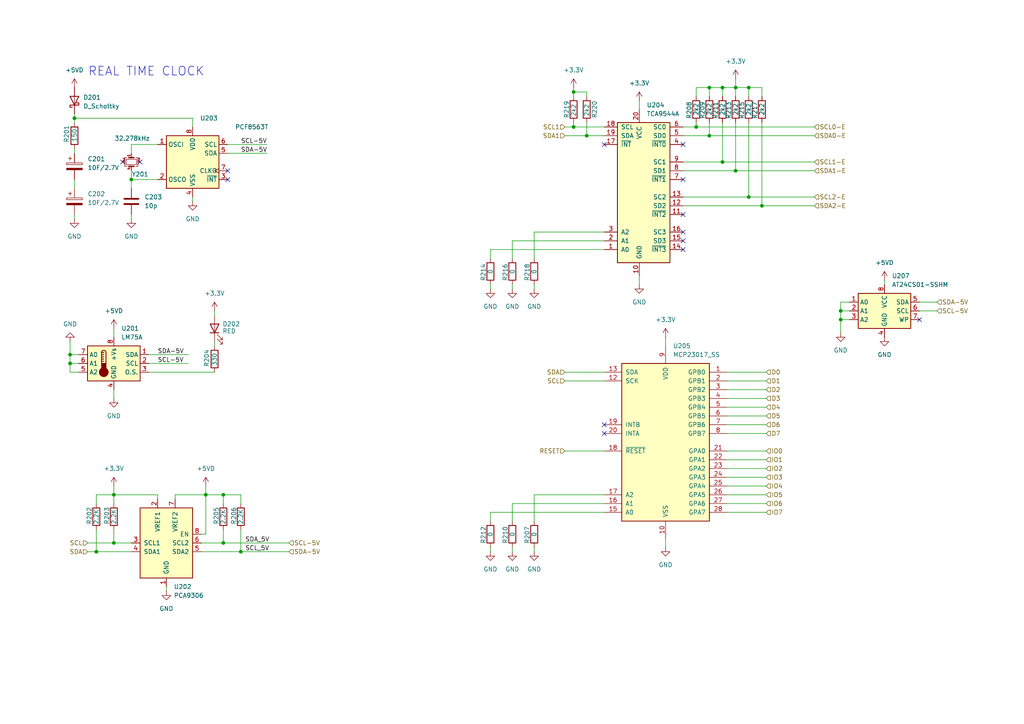
<source format=kicad_sch>
(kicad_sch (version 20250114) (generator "eeschema") (generator_version "9.0")
  (paper "A4")
  (title_block (title "I2C") (date "2025-09-17") (rev "V1.0") (company "CMOS-74A"))
  (lib_symbols
    (symbol "Device:C" (pin_numbers (hide yes)) (pin_names (offset 0.254))
      (property "Reference" "C" (at 0.635 2.54 0))
      (property "Value" "C" (at 0.635 -2.54 0))
      (symbol "C_0_1"
        (polyline (pts (xy -2.032 0.762) (xy 2.032 0.762)) (stroke (width 0.508)))
        (polyline (pts (xy -2.032 -0.762) (xy 2.032 -0.762)) (stroke (width 0.508)))
      )
      (symbol "C_1_1"
        (pin passive line (at 0 3.81 270) (length 2.794) (name "~") (number "1"))
        (pin passive line (at 0 -3.81 90) (length 2.794) (name "~") (number "2"))
      )
    )
    (symbol "Device:C_Polarized" (pin_numbers (hide yes)) (pin_names (offset 0.254))
      (property "Reference" "C" (at 0.635 2.54 0))
      (property "Value" "C_Polarized" (at 0.635 -2.54 0))
      (symbol "C_Polarized_0_1"
        (rectangle (start -2.286 0.508) (end 2.286 1.016))
        (polyline (pts (xy -1.778 2.286) (xy -0.762 2.286)))
        (polyline (pts (xy -1.27 2.794) (xy -1.27 1.778)))
        (rectangle (start 2.286 -0.508) (end -2.286 -1.016) (fill (type outline)))
      )
      (symbol "C_Polarized_1_1"
        (pin passive line (at 0 3.81 270) (length 2.794) (name "~") (number "1"))
        (pin passive line (at 0 -3.81 90) (length 2.794) (name "~") (number "2"))
      )
    )
    (symbol "Device:Crystal_GND23_Small" (pin_names (offset 1.016) (hide yes))
      (property "Reference" "Y" (at 1.27 4.445 0))
      (property "Value" "Crystal_GND23_Small" (at 1.27 2.54 0))
      (symbol "Crystal_GND23_Small_0_1"
        (polyline (pts (xy -1.27 1.27) (xy -1.27 1.905) (xy 1.27 1.905) (xy 1.27 1.27)))
        (polyline (pts (xy -1.27 -0.762) (xy -1.27 0.762)) (stroke (width 0.381)))
        (polyline (pts (xy -1.27 -1.27) (xy -1.27 -1.905) (xy 1.27 -1.905) (xy 1.27 -1.27)))
        (rectangle (start -0.762 -1.524) (end 0.762 1.524))
        (polyline (pts (xy 1.27 -0.762) (xy 1.27 0.762)) (stroke (width 0.381)))
      )
      (symbol "Crystal_GND23_Small_1_1"
        (pin passive line (at -2.54 0 0) (length 1.27) (name "1") (number "1"))
        (pin passive line (at 0 2.54 270) (length 0.635) (name "3") (number "3"))
        (pin passive line (at 0 -2.54 90) (length 0.635) (name "2") (number "2"))
        (pin passive line (at 2.54 0 180) (length 1.27) (name "4") (number "4"))
      )
    )
    (symbol "Device:D_Schottky" (pin_numbers (hide yes)) (pin_names (offset 1.016) (hide yes))
      (property "Reference" "D" (at 0 2.54 0))
      (property "Value" "D_Schottky" (at 0 -2.54 0))
      (symbol "D_Schottky_0_1"
        (polyline (pts (xy -1.905 0.635) (xy -1.905 1.27) (xy -1.27 1.27) (xy -1.27 -1.27) (xy -0.635 -1.27) (xy -0.635 -0.635)) (stroke (width 0.254)))
        (polyline (pts (xy 1.27 1.27) (xy 1.27 -1.27) (xy -1.27 0) (xy 1.27 1.27)) (stroke (width 0.254)))
        (polyline (pts (xy 1.27 0) (xy -1.27 0)))
      )
      (symbol "D_Schottky_1_1"
        (pin passive line (at -3.81 0 0) (length 2.54) (name "K") (number "1"))
        (pin passive line (at 3.81 0 180) (length 2.54) (name "A") (number "2"))
      )
    )
    (symbol "Device:LED" (pin_numbers (hide yes)) (pin_names (offset 1.016) (hide yes))
      (property "Reference" "D" (at 0 2.54 0))
      (property "Value" "LED" (at 0 -2.54 0))
      (symbol "LED_0_1"
        (polyline (pts (xy -3.048 -0.762) (xy -4.572 -2.286) (xy -3.81 -2.286) (xy -4.572 -2.286) (xy -4.572 -1.524)))
        (polyline (pts (xy -1.778 -0.762) (xy -3.302 -2.286) (xy -2.54 -2.286) (xy -3.302 -2.286) (xy -3.302 -1.524)))
        (polyline (pts (xy -1.27 0) (xy 1.27 0)))
        (polyline (pts (xy -1.27 -1.27) (xy -1.27 1.27)) (stroke (width 0.254)))
        (polyline (pts (xy 1.27 -1.27) (xy 1.27 1.27) (xy -1.27 0) (xy 1.27 -1.27)) (stroke (width 0.254)))
      )
      (symbol "LED_1_1"
        (pin passive line (at -3.81 0 0) (length 2.54) (name "K") (number "1"))
        (pin passive line (at 3.81 0 180) (length 2.54) (name "A") (number "2"))
      )
    )
    (symbol "Device:R" (pin_numbers (hide yes)) (pin_names (offset 0))
      (property "Reference" "R" (at 2.032 0 90))
      (property "Value" "R" (at 0 0 90))
      (symbol "R_0_1"
        (rectangle (start -1.016 -2.54) (end 1.016 2.54) (stroke (width 0.254)))
      )
      (symbol "R_1_1"
        (pin passive line (at 0 3.81 270) (length 1.27) (name "~") (number "1"))
        (pin passive line (at 0 -3.81 90) (length 1.27) (name "~") (number "2"))
      )
    )
    (symbol "Interface:PCA9306" (pin_names (offset 1.016))
      (property "Reference" "U" (at -7.62 11.43 0))
      (property "Value" "PCA9306" (at 5.08 11.43 0))
      (symbol "PCA9306_0_1"
        (rectangle (start -7.62 10.16) (end 7.62 -10.16) (stroke (width 0.254)) (fill (type background)))
      )
      (symbol "PCA9306_1_1"
        (pin bidirectional line (at -10.16 0 0) (length 2.54) (name "SCL1") (number "3"))
        (pin bidirectional line (at -10.16 -2.54 0) (length 2.54) (name "SDA1") (number "4"))
        (pin power_in line (at -2.54 12.7 270) (length 2.54) (name "VREF1") (number "2"))
        (pin power_in line (at 0 -12.7 90) (length 2.54) (name "GND") (number "1"))
        (pin power_in line (at 2.54 12.7 270) (length 2.54) (name "VREF2") (number "7"))
        (pin input line (at 10.16 2.54 180) (length 2.54) (name "EN") (number "8"))
        (pin bidirectional line (at 10.16 0 180) (length 2.54) (name "SCL2") (number "6"))
        (pin bidirectional line (at 10.16 -2.54 180) (length 2.54) (name "SDA2") (number "5"))
      )
    )
    (symbol "Interface_Expansion:MCP23017_SS" (pin_names (offset 1.016))
      (property "Reference" "U" (at -11.43 24.13 0))
      (property "Value" "MCP23017_SS" (at 0 0 0))
      (symbol "MCP23017_SS_0_1"
        (rectangle (start -12.7 22.86) (end 12.7 -22.86) (stroke (width 0.254)) (fill (type background)))
      )
      (symbol "MCP23017_SS_1_1"
        (pin bidirectional line (at -17.78 20.32 0) (length 5.08) (name "SDA") (number "13"))
        (pin input line (at -17.78 17.78 0) (length 5.08) (name "SCK") (number "12"))
        (pin tri_state line (at -17.78 5.08 0) (length 5.08) (name "INTB") (number "19"))
        (pin tri_state line (at -17.78 2.54 0) (length 5.08) (name "INTA") (number "20"))
        (pin input line (at -17.78 -2.54 0) (length 5.08) (name "~{RESET}") (number "18"))
        (pin input line (at -17.78 -15.24 0) (length 5.08) (name "A2") (number "17"))
        (pin input line (at -17.78 -17.78 0) (length 5.08) (name "A1") (number "16"))
        (pin input line (at -17.78 -20.32 0) (length 5.08) (name "A0") (number "15"))
        (pin no_connect line (at -12.7 15.24 0) (length 5.08) (hide yes) (name "NC") (number "11"))
        (pin no_connect line (at -12.7 12.7 0) (length 5.08) (hide yes) (name "NC") (number "14"))
        (pin power_in line (at 0 27.94 270) (length 5.08) (name "VDD") (number "9"))
        (pin power_in line (at 0 -27.94 90) (length 5.08) (name "VSS") (number "10"))
        (pin bidirectional line (at 17.78 20.32 180) (length 5.08) (name "GPB0") (number "1"))
        (pin bidirectional line (at 17.78 17.78 180) (length 5.08) (name "GPB1") (number "2"))
        (pin bidirectional line (at 17.78 15.24 180) (length 5.08) (name "GPB2") (number "3"))
        (pin bidirectional line (at 17.78 12.7 180) (length 5.08) (name "GPB3") (number "4"))
        (pin bidirectional line (at 17.78 10.16 180) (length 5.08) (name "GPB4") (number "5"))
        (pin bidirectional line (at 17.78 7.62 180) (length 5.08) (name "GPB5") (number "6"))
        (pin bidirectional line (at 17.78 5.08 180) (length 5.08) (name "GPB6") (number "7"))
        (pin output line (at 17.78 2.54 180) (length 5.08) (name "GPB7") (number "8"))
        (pin bidirectional line (at 17.78 -2.54 180) (length 5.08) (name "GPA0") (number "21"))
        (pin bidirectional line (at 17.78 -5.08 180) (length 5.08) (name "GPA1") (number "22"))
        (pin bidirectional line (at 17.78 -7.62 180) (length 5.08) (name "GPA2") (number "23"))
        (pin bidirectional line (at 17.78 -10.16 180) (length 5.08) (name "GPA3") (number "24"))
        (pin bidirectional line (at 17.78 -12.7 180) (length 5.08) (name "GPA4") (number "25"))
        (pin bidirectional line (at 17.78 -15.24 180) (length 5.08) (name "GPA5") (number "26"))
        (pin bidirectional line (at 17.78 -17.78 180) (length 5.08) (name "GPA6") (number "27"))
        (pin output line (at 17.78 -20.32 180) (length 5.08) (name "GPA7") (number "28"))
      )
    )
    (symbol "Interface_Expansion:TCA9544A" (pin_names (offset 1.016))
      (property "Reference" "U" (at -5.08 20.32 0))
      (property "Value" "TCA9544A" (at 2.54 20.32 0))
      (symbol "TCA9544A_0_1"
        (rectangle (start -6.35 19.05) (end 8.89 -21.59) (stroke (width 0.254)) (fill (type background)))
      )
      (symbol "TCA9544A_1_1"
        (pin bidirectional line (at -10.16 17.78 0) (length 3.81) (name "SCL") (number "18"))
        (pin bidirectional line (at -10.16 15.24 0) (length 3.81) (name "SDA") (number "19"))
        (pin open_collector line (at -10.16 12.7 0) (length 3.81) (name "~{INT}") (number "17"))
        (pin input line (at -10.16 -12.7 0) (length 3.81) (name "A2") (number "3"))
        (pin input line (at -10.16 -15.24 0) (length 3.81) (name "A1") (number "2"))
        (pin input line (at -10.16 -17.78 0) (length 3.81) (name "A0") (number "1"))
        (pin power_in line (at 0 22.86 270) (length 3.81) (name "VCC") (number "20"))
        (pin power_in line (at 0 -25.4 90) (length 3.81) (name "GND") (number "10"))
        (pin bidirectional line (at 12.7 17.78 180) (length 3.81) (name "SC0") (number "6"))
        (pin bidirectional line (at 12.7 15.24 180) (length 3.81) (name "SD0") (number "5"))
        (pin input line (at 12.7 12.7 180) (length 3.81) (name "~{INT0}") (number "4"))
        (pin bidirectional line (at 12.7 7.62 180) (length 3.81) (name "SC1") (number "9"))
        (pin bidirectional line (at 12.7 5.08 180) (length 3.81) (name "SD1") (number "8"))
        (pin input line (at 12.7 2.54 180) (length 3.81) (name "~{INT1}") (number "7"))
        (pin bidirectional line (at 12.7 -2.54 180) (length 3.81) (name "SC2") (number "13"))
        (pin bidirectional line (at 12.7 -5.08 180) (length 3.81) (name "SD2") (number "12"))
        (pin input line (at 12.7 -7.62 180) (length 3.81) (name "~{INT2}") (number "11"))
        (pin bidirectional line (at 12.7 -12.7 180) (length 3.81) (name "SC3") (number "16"))
        (pin bidirectional line (at 12.7 -15.24 180) (length 3.81) (name "SD3") (number "15"))
        (pin input line (at 12.7 -17.78 180) (length 3.81) (name "~{INT3}") (number "14"))
      )
    )
    (symbol "Memory_EEPROM:AT24CS01-SSHM"
      (property "Reference" "U" (at -7.62 6.35 0))
      (property "Value" "AT24CS01-SSHM" (at 2.54 -6.35 0))
      (symbol "AT24CS01-SSHM_1_1"
        (rectangle (start -7.62 5.08) (end 7.62 -5.08) (stroke (width 0.254)) (fill (type background)))
        (pin input line (at -10.16 2.54 0) (length 2.54) (name "A0") (number "1"))
        (pin input line (at -10.16 0 0) (length 2.54) (name "A1") (number "2"))
        (pin input line (at -10.16 -2.54 0) (length 2.54) (name "A2") (number "3"))
        (pin power_in line (at 0 7.62 270) (length 2.54) (name "VCC") (number "8"))
        (pin power_in line (at 0 -7.62 90) (length 2.54) (name "GND") (number "4"))
        (pin bidirectional line (at 10.16 2.54 180) (length 2.54) (name "SDA") (number "5"))
        (pin input line (at 10.16 0 180) (length 2.54) (name "SCL") (number "6"))
        (pin input line (at 10.16 -2.54 180) (length 2.54) (name "WP") (number "7"))
      )
    )
    (symbol "Sensor_Temperature:LM75C"
      (property "Reference" "U" (at -6.604 6.35 0))
      (property "Value" "LM75C" (at 2.032 6.35 0))
      (symbol "LM75C_0_1"
        (rectangle (start -7.62 5.08) (end 7.62 -5.08) (stroke (width 0.254)) (fill (type background)))
        (polyline (pts (xy -3.556 3.175) (xy -3.556 0)) (stroke (width 0.254)))
        (polyline (pts (xy -3.556 3.175) (xy -2.921 3.175)) (stroke (width 0.254)))
        (polyline (pts (xy -3.556 2.54) (xy -2.921 2.54)) (stroke (width 0.254)))
        (polyline (pts (xy -3.556 1.905) (xy -2.921 1.905)) (stroke (width 0.254)))
        (polyline (pts (xy -3.556 1.27) (xy -2.921 1.27)) (stroke (width 0.254)))
        (polyline (pts (xy -3.556 0.635) (xy -2.921 0.635)) (stroke (width 0.254)))
        (rectangle (start -3.556 0) (end -2.286 -1.905) (stroke (width 0.254)) (fill (type outline)))
        (arc (start -3.556 3.175) (mid -2.921 3.8073) (end -2.286 3.175) (stroke (width 0.254)))
        (circle (center -2.921 -2.54) (radius 1.27) (stroke (width 0.254)) (fill (type outline)))
        (polyline (pts (xy -2.286 3.175) (xy -2.286 0)) (stroke (width 0.254)))
      )
      (symbol "LM75C_1_1"
        (pin input line (at -10.16 2.54 0) (length 2.54) (name "A0") (number "7"))
        (pin input line (at -10.16 0 0) (length 2.54) (name "A1") (number "6"))
        (pin input line (at -10.16 -2.54 0) (length 2.54) (name "A2") (number "5"))
        (pin power_in line (at 0 7.62 270) (length 2.54) (name "+Vs") (number "8"))
        (pin power_in line (at 0 -7.62 90) (length 2.54) (name "GND") (number "4"))
        (pin bidirectional line (at 10.16 2.54 180) (length 2.54) (name "SDA") (number "1"))
        (pin input line (at 10.16 0 180) (length 2.54) (name "SCL") (number "2"))
        (pin open_collector line (at 10.16 -2.54 180) (length 2.54) (name "O.S.") (number "3"))
      )
    )
    (symbol "Timer_RTC:PCF8563T"
      (property "Reference" "U" (at -7.62 8.89 0))
      (property "Value" "PCF8563T" (at 2.54 8.89 0))
      (symbol "PCF8563T_0_1"
        (rectangle (start -7.62 7.62) (end 7.62 -7.62) (stroke (width 0.254)) (fill (type background)))
      )
      (symbol "PCF8563T_1_1"
        (pin input line (at -10.16 5.08 0) (length 2.54) (name "OSCI") (number "1"))
        (pin output line (at -10.16 -5.08 0) (length 2.54) (name "OSCO") (number "2"))
        (pin power_in line (at 0 10.16 270) (length 2.54) (name "VDD") (number "8"))
        (pin power_in line (at 0 -10.16 90) (length 2.54) (name "VSS") (number "4"))
        (pin input line (at 10.16 5.08 180) (length 2.54) (name "SCL") (number "6"))
        (pin bidirectional line (at 10.16 2.54 180) (length 2.54) (name "SDA") (number "5"))
        (pin output clock (at 10.16 -2.54 180) (length 2.54) (name "CLKO") (number "7"))
        (pin output line (at 10.16 -5.08 180) (length 2.54) (name "~{INT}") (number "3"))
      )
    )
    (symbol "power:+3.3V" (power) (pin_numbers (hide yes)) (pin_names (offset 0) (hide yes))
      (property "Value" "+3.3V" (at 0 3.556 0))
      (symbol "+3.3V_0_1"
        (polyline (pts (xy -0.762 1.27) (xy 0 2.54)))
        (polyline (pts (xy 0 2.54) (xy 0.762 1.27)))
        (polyline (pts (xy 0 0) (xy 0 2.54)))
      )
      (symbol "+3.3V_1_1"
        (pin power_in line (at 0 0 90) (length 0) (name "~") (number "1"))
      )
    )
    (symbol "power:+5VD" (power) (pin_numbers (hide yes)) (pin_names (offset 0) (hide yes))
      (property "Value" "+5VD" (at 0 3.556 0))
      (symbol "+5VD_0_1"
        (polyline (pts (xy -0.762 1.27) (xy 0 2.54)))
        (polyline (pts (xy 0 2.54) (xy 0.762 1.27)))
        (polyline (pts (xy 0 0) (xy 0 2.54)))
      )
      (symbol "+5VD_1_1"
        (pin power_in line (at 0 0 90) (length 0) (name "~") (number "1"))
      )
    )
    (symbol "power:GND" (power) (pin_numbers (hide yes)) (pin_names (offset 0) (hide yes))
      (property "Value" "GND" (at 0 -3.81 0))
      (symbol "GND_0_1"
        (polyline (pts (xy 0 0) (xy 0 -1.27) (xy 1.27 -1.27) (xy 0 -2.54) (xy -1.27 -1.27) (xy 0 -1.27)))
      )
      (symbol "GND_1_1"
        (pin power_in line (at 0 0 270) (length 0) (name "~") (number "1"))
      )
    )
  )
  (text "REAL TIME CLOCK" (at 42.418 20.828 0) (effects (font (size 2.54 2.54))))
  (junction (at 27.94 160.02))
  (junction (at 21.59 34.29))
  (junction (at 213.36 25.4))
  (junction (at 201.93 36.83))
  (junction (at 209.55 46.99))
  (junction (at 243.84 90.17))
  (junction (at 64.77 143.51))
  (junction (at 38.1 52.07))
  (junction (at 209.55 25.4))
  (junction (at 20.32 105.41))
  (junction (at 33.02 143.51))
  (junction (at 69.85 160.02))
  (junction (at 205.74 39.37))
  (junction (at 166.37 36.83))
  (junction (at 243.84 92.71))
  (junction (at 213.36 49.53))
  (junction (at 170.18 39.37))
  (junction (at 220.98 59.69))
  (junction (at 33.02 157.48))
  (junction (at 217.17 57.15))
  (junction (at 64.77 157.48))
  (junction (at 59.69 143.51))
  (junction (at 20.32 102.87))
  (junction (at 217.17 25.4))
  (junction (at 166.37 26.67))
  (junction (at 205.74 25.4))
  (no_connect (at 66.04 49.53))
  (no_connect (at 175.26 123.19))
  (no_connect (at 198.12 67.31))
  (no_connect (at 198.12 52.07))
  (no_connect (at 198.12 41.91))
  (no_connect (at 198.12 69.85))
  (no_connect (at 175.26 125.73))
  (no_connect (at 198.12 72.39))
  (no_connect (at 266.7 92.71))
  (no_connect (at 175.26 41.91))
  (no_connect (at 40.64 46.99))
  (no_connect (at 35.56 46.99))
  (no_connect (at 66.04 52.07))
  (no_connect (at 198.12 62.23))
  (wire (pts (xy 58.42 160.02) (xy 69.85 160.02)))
  (wire (pts (xy 33.02 113.03) (xy 33.02 115.57)))
  (wire (pts (xy 210.82 135.89) (xy 222.25 135.89)))
  (wire (pts (xy 220.98 35.56) (xy 220.98 59.69)))
  (wire (pts (xy 154.94 143.51) (xy 175.26 143.51)))
  (wire (pts (xy 27.94 153.67) (xy 27.94 160.02)))
  (wire (pts (xy 220.98 25.4) (xy 220.98 27.94)))
  (wire (pts (xy 59.69 143.51) (xy 50.8 143.51)))
  (wire (pts (xy 185.42 80.01) (xy 185.42 82.55)))
  (wire (pts (xy 201.93 25.4) (xy 205.74 25.4)))
  (wire (pts (xy 25.4 160.02) (xy 27.94 160.02)))
  (wire (pts (xy 166.37 27.94) (xy 166.37 26.67)))
  (wire (pts (xy 25.4 157.48) (xy 33.02 157.48)))
  (wire (pts (xy 243.84 90.17) (xy 243.84 92.71)))
  (wire (pts (xy 210.82 130.81) (xy 222.25 130.81)))
  (wire (pts (xy 59.69 154.94) (xy 59.69 143.51)))
  (wire (pts (xy 33.02 143.51) (xy 33.02 146.05)))
  (wire (pts (xy 48.26 170.18) (xy 48.26 171.45)))
  (wire (pts (xy 20.32 105.41) (xy 20.32 107.95)))
  (wire (pts (xy 58.42 154.94) (xy 59.69 154.94)))
  (wire (pts (xy 243.84 92.71) (xy 243.84 96.52)))
  (wire (pts (xy 210.82 118.11) (xy 222.25 118.11)))
  (wire (pts (xy 210.82 138.43) (xy 222.25 138.43)))
  (wire (pts (xy 43.18 102.87) (xy 54.61 102.87)))
  (wire (pts (xy 198.12 57.15) (xy 217.17 57.15)))
  (wire (pts (xy 201.93 36.83) (xy 236.22 36.83)))
  (wire (pts (xy 198.12 49.53) (xy 213.36 49.53)))
  (wire (pts (xy 209.55 25.4) (xy 213.36 25.4)))
  (wire (pts (xy 142.24 72.39) (xy 175.26 72.39)))
  (wire (pts (xy 62.23 90.17) (xy 62.23 91.44)))
  (wire (pts (xy 58.42 157.48) (xy 64.77 157.48)))
  (wire (pts (xy 175.26 67.31) (xy 154.94 67.31)))
  (wire (pts (xy 27.94 146.05) (xy 27.94 143.51)))
  (wire (pts (xy 20.32 105.41) (xy 22.86 105.41)))
  (wire (pts (xy 142.24 72.39) (xy 142.24 74.93)))
  (wire (pts (xy 217.17 25.4) (xy 217.17 27.94)))
  (wire (pts (xy 148.59 146.05) (xy 175.26 146.05)))
  (wire (pts (xy 185.42 29.21) (xy 185.42 31.75)))
  (wire (pts (xy 20.32 99.06) (xy 20.32 102.87)))
  (wire (pts (xy 210.82 146.05) (xy 222.25 146.05)))
  (wire (pts (xy 205.74 35.56) (xy 205.74 39.37)))
  (wire (pts (xy 21.59 52.07) (xy 21.59 54.61)))
  (wire (pts (xy 66.04 44.45) (xy 77.47 44.45)))
  (wire (pts (xy 69.85 143.51) (xy 64.77 143.51)))
  (wire (pts (xy 170.18 26.67) (xy 170.18 27.94)))
  (wire (pts (xy 210.82 110.49) (xy 222.25 110.49)))
  (wire (pts (xy 210.82 133.35) (xy 222.25 133.35)))
  (wire (pts (xy 142.24 158.75) (xy 142.24 160.02)))
  (wire (pts (xy 205.74 25.4) (xy 209.55 25.4)))
  (wire (pts (xy 246.38 90.17) (xy 243.84 90.17)))
  (wire (pts (xy 22.86 107.95) (xy 20.32 107.95)))
  (wire (pts (xy 69.85 146.05) (xy 69.85 143.51)))
  (wire (pts (xy 20.32 102.87) (xy 22.86 102.87)))
  (wire (pts (xy 33.02 95.25) (xy 33.02 97.79)))
  (wire (pts (xy 45.72 41.91) (xy 38.1 41.91)))
  (wire (pts (xy 266.7 90.17) (xy 271.78 90.17)))
  (wire (pts (xy 205.74 39.37) (xy 236.22 39.37)))
  (wire (pts (xy 198.12 36.83) (xy 201.93 36.83)))
  (wire (pts (xy 154.94 143.51) (xy 154.94 151.13)))
  (wire (pts (xy 21.59 33.02) (xy 21.59 34.29)))
  (wire (pts (xy 210.82 107.95) (xy 222.25 107.95)))
  (wire (pts (xy 243.84 92.71) (xy 246.38 92.71)))
  (wire (pts (xy 166.37 25.4) (xy 166.37 26.67)))
  (wire (pts (xy 210.82 113.03) (xy 222.25 113.03)))
  (wire (pts (xy 33.02 153.67) (xy 33.02 157.48)))
  (wire (pts (xy 27.94 160.02) (xy 38.1 160.02)))
  (wire (pts (xy 33.02 140.97) (xy 33.02 143.51)))
  (wire (pts (xy 21.59 62.23) (xy 21.59 63.5)))
  (wire (pts (xy 62.23 99.06) (xy 62.23 100.33)))
  (wire (pts (xy 193.04 156.21) (xy 193.04 158.75)))
  (wire (pts (xy 148.59 69.85) (xy 175.26 69.85)))
  (wire (pts (xy 243.84 87.63) (xy 243.84 90.17)))
  (wire (pts (xy 198.12 59.69) (xy 220.98 59.69)))
  (wire (pts (xy 50.8 143.51) (xy 50.8 144.78)))
  (wire (pts (xy 166.37 36.83) (xy 175.26 36.83)))
  (wire (pts (xy 213.36 49.53) (xy 236.22 49.53)))
  (wire (pts (xy 201.93 27.94) (xy 201.93 25.4)))
  (wire (pts (xy 64.77 157.48) (xy 83.82 157.48)))
  (wire (pts (xy 175.26 130.81) (xy 163.83 130.81)))
  (wire (pts (xy 210.82 140.97) (xy 222.25 140.97)))
  (wire (pts (xy 154.94 82.55) (xy 154.94 83.82)))
  (wire (pts (xy 163.83 36.83) (xy 166.37 36.83)))
  (wire (pts (xy 64.77 153.67) (xy 64.77 157.48)))
  (wire (pts (xy 213.36 25.4) (xy 217.17 25.4)))
  (wire (pts (xy 69.85 160.02) (xy 83.82 160.02)))
  (wire (pts (xy 210.82 125.73) (xy 222.25 125.73)))
  (wire (pts (xy 163.83 110.49) (xy 175.26 110.49)))
  (wire (pts (xy 142.24 148.59) (xy 142.24 151.13)))
  (wire (pts (xy 256.54 81.28) (xy 256.54 82.55)))
  (wire (pts (xy 220.98 59.69) (xy 236.22 59.69)))
  (wire (pts (xy 210.82 115.57) (xy 222.25 115.57)))
  (wire (pts (xy 69.85 160.02) (xy 69.85 153.67)))
  (wire (pts (xy 213.36 35.56) (xy 213.36 49.53)))
  (wire (pts (xy 154.94 67.31) (xy 154.94 74.93)))
  (wire (pts (xy 64.77 146.05) (xy 64.77 143.51)))
  (wire (pts (xy 142.24 82.55) (xy 142.24 83.82)))
  (wire (pts (xy 66.04 41.91) (xy 77.47 41.91)))
  (wire (pts (xy 33.02 143.51) (xy 45.72 143.51)))
  (wire (pts (xy 210.82 120.65) (xy 222.25 120.65)))
  (wire (pts (xy 246.38 87.63) (xy 243.84 87.63)))
  (wire (pts (xy 21.59 34.29) (xy 21.59 35.56)))
  (wire (pts (xy 166.37 35.56) (xy 166.37 36.83)))
  (wire (pts (xy 198.12 39.37) (xy 205.74 39.37)))
  (wire (pts (xy 20.32 102.87) (xy 20.32 105.41)))
  (wire (pts (xy 217.17 25.4) (xy 220.98 25.4)))
  (wire (pts (xy 59.69 140.97) (xy 59.69 143.51)))
  (wire (pts (xy 148.59 82.55) (xy 148.59 83.82)))
  (wire (pts (xy 148.59 158.75) (xy 148.59 160.02)))
  (wire (pts (xy 154.94 158.75) (xy 154.94 160.02)))
  (wire (pts (xy 43.18 107.95) (xy 62.23 107.95)))
  (wire (pts (xy 210.82 148.59) (xy 222.25 148.59)))
  (wire (pts (xy 38.1 52.07) (xy 38.1 54.61)))
  (wire (pts (xy 170.18 35.56) (xy 170.18 39.37)))
  (wire (pts (xy 209.55 46.99) (xy 236.22 46.99)))
  (wire (pts (xy 45.72 143.51) (xy 45.72 144.78)))
  (wire (pts (xy 170.18 39.37) (xy 175.26 39.37)))
  (wire (pts (xy 38.1 52.07) (xy 45.72 52.07)))
  (wire (pts (xy 38.1 62.23) (xy 38.1 63.5)))
  (wire (pts (xy 142.24 148.59) (xy 175.26 148.59)))
  (wire (pts (xy 213.36 22.86) (xy 213.36 25.4)))
  (wire (pts (xy 38.1 41.91) (xy 38.1 44.45)))
  (wire (pts (xy 43.18 105.41) (xy 54.61 105.41)))
  (wire (pts (xy 163.83 107.95) (xy 175.26 107.95)))
  (wire (pts (xy 209.55 25.4) (xy 209.55 27.94)))
  (wire (pts (xy 205.74 25.4) (xy 205.74 27.94)))
  (wire (pts (xy 193.04 97.79) (xy 193.04 100.33)))
  (wire (pts (xy 38.1 49.53) (xy 38.1 52.07)))
  (wire (pts (xy 209.55 35.56) (xy 209.55 46.99)))
  (wire (pts (xy 55.88 57.15) (xy 55.88 58.42)))
  (wire (pts (xy 55.88 34.29) (xy 55.88 36.83)))
  (wire (pts (xy 148.59 69.85) (xy 148.59 74.93)))
  (wire (pts (xy 198.12 46.99) (xy 209.55 46.99)))
  (wire (pts (xy 21.59 43.18) (xy 21.59 44.45)))
  (wire (pts (xy 64.77 143.51) (xy 59.69 143.51)))
  (wire (pts (xy 163.83 39.37) (xy 170.18 39.37)))
  (wire (pts (xy 201.93 35.56) (xy 201.93 36.83)))
  (wire (pts (xy 21.59 34.29) (xy 55.88 34.29)))
  (wire (pts (xy 217.17 57.15) (xy 236.22 57.15)))
  (wire (pts (xy 266.7 87.63) (xy 271.78 87.63)))
  (wire (pts (xy 210.82 123.19) (xy 222.25 123.19)))
  (wire (pts (xy 217.17 35.56) (xy 217.17 57.15)))
  (wire (pts (xy 33.02 157.48) (xy 38.1 157.48)))
  (wire (pts (xy 213.36 25.4) (xy 213.36 27.94)))
  (wire (pts (xy 210.82 143.51) (xy 222.25 143.51)))
  (wire (pts (xy 27.94 143.51) (xy 33.02 143.51)))
  (wire (pts (xy 148.59 146.05) (xy 148.59 151.13)))
  (wire (pts (xy 166.37 26.67) (xy 170.18 26.67)))
  (label "SDA-5V" (at 69.85 44.45 0))
  (label "SDA_5V" (at 71.12 157.48 0))
  (label "SCL_5V" (at 71.12 160.02 0))
  (label "SCL-5V" (at 45.72 105.41 0))
  (label "SDA-5V" (at 45.72 102.87 0))
  (label "SCL-5V" (at 69.85 41.91 0))
  (hierarchical_label "SDA2-E" (shape input) (at 236.22 59.69 0))
  (hierarchical_label "SCL-5V" (shape input) (at 83.82 157.48 0))
  (hierarchical_label "IO5" (shape input) (at 222.25 143.51 0))
  (hierarchical_label "IO0" (shape input) (at 222.25 130.81 0))
  (hierarchical_label "IO3" (shape input) (at 222.25 138.43 0))
  (hierarchical_label "SCL1-E" (shape input) (at 236.22 46.99 0))
  (hierarchical_label "IO7" (shape input) (at 222.25 148.59 0))
  (hierarchical_label "D0" (shape input) (at 222.25 107.95 0))
  (hierarchical_label "SCL-5V" (shape input) (at 271.78 90.17 0))
  (hierarchical_label "SCL1" (shape input) (at 163.83 36.83 180))
  (hierarchical_label "D2" (shape input) (at 222.25 113.03 0))
  (hierarchical_label "D6" (shape input) (at 222.25 123.19 0))
  (hierarchical_label "D1" (shape input) (at 222.25 110.49 0))
  (hierarchical_label "RESET" (shape input) (at 163.83 130.81 180))
  (hierarchical_label "IO6" (shape input) (at 222.25 146.05 0))
  (hierarchical_label "IO4" (shape input) (at 222.25 140.97 0))
  (hierarchical_label "D3" (shape input) (at 222.25 115.57 0))
  (hierarchical_label "SDA1" (shape input) (at 163.83 39.37 180))
  (hierarchical_label "IO1" (shape input) (at 222.25 133.35 0))
  (hierarchical_label "SDA" (shape input) (at 25.4 160.02 180))
  (hierarchical_label "SDA" (shape input) (at 163.83 107.95 180))
  (hierarchical_label "SCL" (shape input) (at 163.83 110.49 180))
  (hierarchical_label "SDA-5V" (shape input) (at 271.78 87.63 0))
  (hierarchical_label "D7" (shape input) (at 222.25 125.73 0))
  (hierarchical_label "SCL2-E" (shape input) (at 236.22 57.15 0))
  (hierarchical_label "SDA0-E" (shape input) (at 236.22 39.37 0))
  (hierarchical_label "SDA-5V" (shape input) (at 83.82 160.02 0))
  (hierarchical_label "SDA1-E" (shape input) (at 236.22 49.53 0))
  (hierarchical_label "SCL" (shape input) (at 25.4 157.48 180))
  (hierarchical_label "SCL0-E" (shape input) (at 236.22 36.83 0))
  (hierarchical_label "IO2" (shape input) (at 222.25 135.89 0))
  (hierarchical_label "D4" (shape input) (at 222.25 118.11 0))
  (hierarchical_label "D5" (shape input) (at 222.25 120.65 0))
  (symbol (lib_id "Device:R") (at 201.93 31.75 0) (unit 1)
    (property "Reference" "R208" (at 199.898 34.544 90) (effects (justify left)))
    (property "Value" "2k2" (at 201.93 33.528 90) (effects (justify left)))
    (property "Footprint" "Resistor_SMD:R_0603_1608Metric_Pad0.98x0.95mm_HandSolder" (effects (hide yes)))
    (property "Description" "Resistor" (effects (hide yes)))
  )
  (symbol (lib_id "Device:R") (at 154.94 78.74 0) (unit 1)
    (property "Reference" "R218" (at 152.908 81.534 90) (effects (justify left)))
    (property "Value" "0" (at 154.94 79.502 90) (effects (justify left)))
    (property "Footprint" "Resistor_SMD:R_0603_1608Metric" (effects (hide yes)))
    (property "Description" "Resistor" (effects (hide yes)))
  )
  (symbol (lib_id "Device:Crystal_GND23_Small") (at 38.1 46.99 270) (unit 1)
    (property "Reference" "Y201" (at 40.64 50.546 90))
    (property "Value" "32.278kHz" (at 38.354 40.132 90))
    (property "Footprint" "Crystal:Crystal_SMD_Abracon_ABS25-4Pin_8.0x3.8mm" (effects (hide yes)))
    (property "Description" "Four pin crystal, GND on pins 2 and 3, small symbol" (effects (hide yes)))
  )
  (symbol (lib_id "Device:R") (at 62.23 104.14 0) (unit 1)
    (property "Reference" "R204" (at 59.944 106.426 90) (effects (justify left)))
    (property "Value" "330" (at 62.23 106.172 90) (effects (justify left)))
    (property "Footprint" "Resistor_SMD:R_0603_1608Metric" (effects (hide yes)))
    (property "Description" "Resistor" (effects (hide yes)))
  )
  (symbol (lib_id "Device:C") (at 38.1 58.42 0) (unit 1)
    (property "Reference" "C203" (at 41.91 57.1499 0) (effects (justify left)))
    (property "Value" "10p" (at 41.91 59.6899 0) (effects (justify left)))
    (property "Footprint" "Capacitor_SMD:C_0603_1608Metric" (effects (hide yes)))
    (property "Description" "Unpolarized capacitor" (effects (hide yes)))
  )
  (symbol (lib_id "power:+5VD") (at 33.02 95.25 0) (unit 1)
    (property "Reference" "#PWR0108" (effects (hide yes)))
    (property "Value" "+5VD" (at 33.02 90.17 0))
    (property "Description" "Power symbol creates a global label with name \"+5VD\"" (effects (hide yes)))
  )
  (symbol (lib_id "power:GND") (at 148.59 83.82 0) (unit 1)
    (property "Reference" "#PWR0222" (effects (hide yes)))
    (property "Value" "GND" (at 148.59 88.9 0))
    (property "Description" "Power symbol creates a global label with name \"GND\" , ground" (effects (hide yes)))
  )
  (symbol (lib_id "power:+3.3V") (at 213.36 22.86 0) (unit 1)
    (property "Reference" "#PWR0105" (effects (hide yes)))
    (property "Value" "+3.3V" (at 213.36 17.78 0))
    (property "Description" "Power symbol creates a global label with name \"+3.3V\"" (effects (hide yes)))
  )
  (symbol (lib_id "Device:R") (at 148.59 78.74 0) (unit 1)
    (property "Reference" "R216" (at 146.558 81.534 90) (effects (justify left)))
    (property "Value" "0" (at 148.59 79.502 90) (effects (justify left)))
    (property "Footprint" "Resistor_SMD:R_0603_1608Metric" (effects (hide yes)))
    (property "Description" "Resistor" (effects (hide yes)))
  )
  (symbol (lib_id "Device:R") (at 33.02 149.86 0) (unit 1)
    (property "Reference" "R203" (at 30.988 152.146 90) (effects (justify left)))
    (property "Value" "2.2K" (at 33.02 152.146 90) (effects (justify left)))
    (property "Footprint" "Resistor_SMD:R_0603_1608Metric" (effects (hide yes)))
    (property "Description" "Resistor" (effects (hide yes)))
  )
  (symbol (lib_id "Device:R") (at 142.24 78.74 0) (unit 1)
    (property "Reference" "R214" (at 140.208 81.534 90) (effects (justify left)))
    (property "Value" "0" (at 142.24 79.502 90) (effects (justify left)))
    (property "Footprint" "Resistor_SMD:R_0603_1608Metric" (effects (hide yes)))
    (property "Description" "Resistor" (effects (hide yes)))
  )
  (symbol (lib_id "power:GND") (at 48.26 171.45 0) (unit 1)
    (property "Reference" "#PWR0117" (effects (hide yes)))
    (property "Value" "GND" (at 48.26 176.53 0))
    (property "Description" "Power symbol creates a global label with name \"GND\" , ground" (effects (hide yes)))
  )
  (symbol (lib_id "power:GND") (at 142.24 160.02 0) (unit 1)
    (property "Reference" "#PWR0218" (effects (hide yes)))
    (property "Value" "GND" (at 142.24 165.1 0))
    (property "Description" "Power symbol creates a global label with name \"GND\" , ground" (effects (hide yes)))
  )
  (symbol (lib_id "power:+3.3V") (at 185.42 29.21 0) (unit 1)
    (property "Reference" "#PWR0123" (effects (hide yes)))
    (property "Value" "+3.3V" (at 185.42 24.13 0))
    (property "Description" "Power symbol creates a global label with name \"+3.3V\"" (effects (hide yes)))
  )
  (symbol (lib_id "Device:R") (at 170.18 31.75 0) (unit 1)
    (property "Reference" "R220" (at 172.466 34.29 90) (effects (justify left)))
    (property "Value" "2k2" (at 170.18 33.782 90) (effects (justify left)))
    (property "Footprint" "Resistor_SMD:R_0603_1608Metric" (effects (hide yes)))
    (property "Description" "Resistor" (effects (hide yes)))
  )
  (symbol (lib_id "power:+5VD") (at 21.59 25.4 0) (unit 1)
    (property "Reference" "#PWR0112" (effects (hide yes)))
    (property "Value" "+5VD" (at 21.59 20.32 0))
    (property "Description" "Power symbol creates a global label with name \"+5VD\"" (effects (hide yes)))
  )
  (symbol (lib_id "Device:D_Schottky") (at 21.59 29.21 90) (unit 1)
    (property "Reference" "D201" (at 24.13 28.2574 90) (effects (justify right)))
    (property "Value" "D_Schottky" (at 24.13 30.7974 90) (effects (justify right)))
    (property "Footprint" "Diode_SMD:D_2010_5025Metric_Pad1.52x2.65mm_HandSolder" (effects (hide yes)))
    (property "Description" "Schottky diode" (effects (hide yes)))
  )
  (symbol (lib_id "Device:R") (at 209.55 31.75 0) (unit 1)
    (property "Reference" "R211" (at 207.518 34.544 90) (effects (justify left)))
    (property "Value" "2k2" (at 209.55 33.528 90) (effects (justify left)))
    (property "Footprint" "Resistor_SMD:R_0603_1608Metric_Pad0.98x0.95mm_HandSolder" (effects (hide yes)))
    (property "Description" "Resistor" (effects (hide yes)))
  )
  (symbol (lib_id "Sensor_Temperature:LM75C") (at 33.02 105.41 0) (unit 1)
    (property "Reference" "U201" (at 35.1633 95.25 0) (effects (justify left)))
    (property "Value" "LM75A" (at 35.1633 97.79 0) (effects (justify left)))
    (property "Footprint" "Package_SO:MSOP-8_3x3mm_P0.65mm" (effects (hide yes)))
    (property "Datasheet" "http://www.ti.com/lit/ds/symlink/lm75b.pdf" (effects (hide yes)))
    (property "Description" "Digital Temperature Sensor & Thermal Watchdog, SOIC-8 and VSSOP-8" (effects (hide yes)))
  )
  (symbol (lib_id "Device:R") (at 27.94 149.86 0) (unit 1)
    (property "Reference" "R202" (at 25.908 152.146 90) (effects (justify left)))
    (property "Value" "2.2K" (at 27.94 152.146 90) (effects (justify left)))
    (property "Footprint" "Resistor_SMD:R_0603_1608Metric" (effects (hide yes)))
    (property "Description" "Resistor" (effects (hide yes)))
  )
  (symbol (lib_id "power:GND") (at 33.02 115.57 0) (unit 1)
    (property "Reference" "#PWR0120" (effects (hide yes)))
    (property "Value" "GND" (at 33.02 120.65 0))
    (property "Description" "Power symbol creates a global label with name \"GND\" , ground" (effects (hide yes)))
  )
  (symbol (lib_id "power:GND") (at 20.32 99.06 180) (unit 1)
    (property "Reference" "#PWR0109" (effects (hide yes)))
    (property "Value" "GND" (at 20.32 93.98 0))
    (property "Description" "Power symbol creates a global label with name \"GND\" , ground" (effects (hide yes)))
  )
  (symbol (lib_id "power:GND") (at 38.1 63.5 0) (unit 1)
    (property "Reference" "#PWR0111" (effects (hide yes)))
    (property "Value" "GND" (at 38.1 68.58 0))
    (property "Description" "Power symbol creates a global label with name \"GND\" , ground" (effects (hide yes)))
  )
  (symbol (lib_id "Device:C_Polarized") (at 21.59 48.26 0) (unit 1)
    (property "Reference" "C201" (at 25.4 46.1009 0) (effects (justify left)))
    (property "Value" "10F/2.7V" (at 25.4 48.6409 0) (effects (justify left)))
    (property "Footprint" "Capacitor_THT:CP_Radial_Tantal_D10.5mm_P5.00mm" (effects (hide yes)))
    (property "Description" "Polarized capacitor" (effects (hide yes)))
  )
  (symbol (lib_id "power:GND") (at 142.24 83.82 0) (unit 1)
    (property "Reference" "#PWR0220" (effects (hide yes)))
    (property "Value" "GND" (at 142.24 88.9 0))
    (property "Description" "Power symbol creates a global label with name \"GND\" , ground" (effects (hide yes)))
  )
  (symbol (lib_id "power:GND") (at 55.88 58.42 0) (unit 1)
    (property "Reference" "#PWR0110" (effects (hide yes)))
    (property "Value" "GND" (at 55.88 63.5 0))
    (property "Description" "Power symbol creates a global label with name \"GND\" , ground" (effects (hide yes)))
  )
  (symbol (lib_id "Device:R") (at 69.85 149.86 0) (unit 1)
    (property "Reference" "R206" (at 67.818 152.146 90) (effects (justify left)))
    (property "Value" "2.2K" (at 69.85 152.146 90) (effects (justify left)))
    (property "Footprint" "Resistor_SMD:R_0603_1608Metric" (effects (hide yes)))
    (property "Description" "Resistor" (effects (hide yes)))
  )
  (symbol (lib_id "power:GND") (at 243.84 96.52 0) (unit 1)
    (property "Reference" "#PWR0114" (effects (hide yes)))
    (property "Value" "GND" (at 243.84 101.6 0))
    (property "Description" "Power symbol creates a global label with name \"GND\" , ground" (effects (hide yes)))
  )
  (symbol (lib_id "power:GND") (at 148.59 160.02 0) (unit 1)
    (property "Reference" "#PWR0216" (effects (hide yes)))
    (property "Value" "GND" (at 148.59 165.1 0))
    (property "Description" "Power symbol creates a global label with name \"GND\" , ground" (effects (hide yes)))
  )
  (symbol (lib_id "Interface:PCA9306") (at 48.26 157.48 0) (unit 1)
    (property "Reference" "U202" (at 50.4033 170.18 0) (effects (justify left)))
    (property "Value" "PCA9306" (at 50.4033 172.72 0) (effects (justify left)))
    (property "Footprint" "Package_SO:VSSOP-8_2.3x2mm_P0.5mm" (effects (hide yes)))
    (property "Datasheet" "http://www.ti.com/lit/ds/symlink/pca9306.pdf" (effects (hide yes)))
    (property "Description" "Dual bidirectional I2C Bus and SMBus voltage level translator" (effects (hide yes)))
  )
  (symbol (lib_id "Device:R") (at 166.37 31.75 0) (unit 1)
    (property "Reference" "R219" (at 164.338 34.29 90) (effects (justify left)))
    (property "Value" "2k2" (at 166.37 33.782 90) (effects (justify left)))
    (property "Footprint" "Resistor_SMD:R_0603_1608Metric" (effects (hide yes)))
    (property "Description" "Resistor" (effects (hide yes)))
  )
  (symbol (lib_id "Device:LED") (at 62.23 95.25 90) (unit 1)
    (property "Reference" "D202" (at 64.516 93.98 90) (effects (justify right)))
    (property "Value" "RED" (at 64.516 96.012 90) (effects (justify right)))
    (property "Footprint" "LED_SMD:LED_0603_1608Metric" (effects (hide yes)))
    (property "Description" "Light emitting diode" (effects (hide yes)))
    (property "Sim.Pins" "1=K 2=A" (effects (hide yes)))
  )
  (symbol (lib_id "Device:C_Polarized") (at 21.59 58.42 0) (unit 1)
    (property "Reference" "C202" (at 25.4 56.2609 0) (effects (justify left)))
    (property "Value" "10F/2.7V" (at 25.4 58.8009 0) (effects (justify left)))
    (property "Footprint" "Capacitor_THT:CP_Radial_Tantal_D10.5mm_P5.00mm" (effects (hide yes)))
    (property "Description" "Polarized capacitor" (effects (hide yes)))
  )
  (symbol (lib_id "power:+3.3V") (at 193.04 97.79 0) (unit 1)
    (property "Reference" "#PWR0121" (effects (hide yes)))
    (property "Value" "+3.3V" (at 193.04 92.71 0))
    (property "Description" "Power symbol creates a global label with name \"+3.3V\"" (effects (hide yes)))
  )
  (symbol (lib_id "power:GND") (at 21.59 63.5 0) (unit 1)
    (property "Reference" "#PWR0107" (effects (hide yes)))
    (property "Value" "GND" (at 21.59 68.58 0))
    (property "Description" "Power symbol creates a global label with name \"GND\" , ground" (effects (hide yes)))
  )
  (symbol (lib_id "Device:R") (at 217.17 31.75 0) (unit 1)
    (property "Reference" "R215" (at 215.138 34.544 90) (effects (justify left)))
    (property "Value" "2k2" (at 217.17 33.528 90) (effects (justify left)))
    (property "Footprint" "Resistor_SMD:R_0603_1608Metric_Pad0.98x0.95mm_HandSolder" (effects (hide yes)))
    (property "Description" "Resistor" (effects (hide yes)))
  )
  (symbol (lib_id "power:GND") (at 154.94 83.82 0) (unit 1)
    (property "Reference" "#PWR0224" (effects (hide yes)))
    (property "Value" "GND" (at 154.94 88.9 0))
    (property "Description" "Power symbol creates a global label with name \"GND\" , ground" (effects (hide yes)))
  )
  (symbol (lib_id "power:GND") (at 256.54 97.79 0) (unit 1)
    (property "Reference" "#PWR0115" (effects (hide yes)))
    (property "Value" "GND" (at 256.54 102.87 0))
    (property "Description" "Power symbol creates a global label with name \"GND\" , ground" (effects (hide yes)))
  )
  (symbol (lib_id "power:GND") (at 193.04 158.75 0) (unit 1)
    (property "Reference" "#PWR0227" (effects (hide yes)))
    (property "Value" "GND" (at 193.04 163.83 0))
    (property "Description" "Power symbol creates a global label with name \"GND\" , ground" (effects (hide yes)))
  )
  (symbol (lib_id "Device:R") (at 148.59 154.94 0) (unit 1)
    (property "Reference" "R210" (at 146.558 157.734 90) (effects (justify left)))
    (property "Value" "0" (at 148.59 155.702 90) (effects (justify left)))
    (property "Footprint" "Resistor_SMD:R_0603_1608Metric" (effects (hide yes)))
    (property "Description" "Resistor" (effects (hide yes)))
  )
  (symbol (lib_id "power:GND") (at 185.42 82.55 0) (unit 1)
    (property "Reference" "#PWR0122" (effects (hide yes)))
    (property "Value" "GND" (at 185.42 87.63 0))
    (property "Description" "Power symbol creates a global label with name \"GND\" , ground" (effects (hide yes)))
  )
  (symbol (lib_id "power:+3.3V") (at 62.23 90.17 0) (unit 1)
    (property "Reference" "#PWR0106" (effects (hide yes)))
    (property "Value" "+3.3V" (at 62.23 85.09 0))
    (property "Description" "Power symbol creates a global label with name \"+3.3V\"" (effects (hide yes)))
  )
  (symbol (lib_id "Interface_Expansion:MCP23017_SS") (at 193.04 128.27 0) (unit 1)
    (property "Reference" "U205" (at 195.1833 100.33 0) (effects (justify left)))
    (property "Value" "MCP23017_SS" (at 195.1833 102.87 0) (effects (justify left)))
    (property "Footprint" "Package_SO:SSOP-28_5.3x10.2mm_P0.65mm" (effects (hide yes)))
    (property "Datasheet" "https://ww1.microchip.com/downloads/aemDocuments/documents/APID/ProductDocuments/DataSheets/MCP23017-Data-Sheet-DS20001952.pdf" (effects (hide yes)))
    (property "Description" "16-bit I/O expander, I2C, interrupts, w pull-ups, SSOP-28" (effects (hide yes)))
  )
  (symbol (lib_id "power:+3.3V") (at 166.37 25.4 0) (unit 1)
    (property "Reference" "#PWR0201" (effects (hide yes)))
    (property "Value" "+3.3V" (at 166.37 20.32 0))
    (property "Description" "Power symbol creates a global label with name \"+3.3V\"" (effects (hide yes)))
  )
  (symbol (lib_id "power:+5VD") (at 59.69 140.97 0) (unit 1)
    (property "Reference" "#PWR0119" (effects (hide yes)))
    (property "Value" "+5VD" (at 59.69 135.89 0))
    (property "Description" "Power symbol creates a global label with name \"+5VD\"" (effects (hide yes)))
  )
  (symbol (lib_id "power:+3.3V") (at 33.02 140.97 0) (unit 1)
    (property "Reference" "#PWR0118" (effects (hide yes)))
    (property "Value" "+3.3V" (at 33.02 135.89 0))
    (property "Description" "Power symbol creates a global label with name \"+3.3V\"" (effects (hide yes)))
  )
  (symbol (lib_id "Device:R") (at 142.24 154.94 0) (unit 1)
    (property "Reference" "R212" (at 140.208 157.734 90) (effects (justify left)))
    (property "Value" "0" (at 142.24 155.702 90) (effects (justify left)))
    (property "Footprint" "Resistor_SMD:R_0603_1608Metric" (effects (hide yes)))
    (property "Description" "Resistor" (effects (hide yes)))
  )
  (symbol (lib_id "power:GND") (at 154.94 160.02 0) (unit 1)
    (property "Reference" "#PWR0113" (effects (hide yes)))
    (property "Value" "GND" (at 154.94 165.1 0))
    (property "Description" "Power symbol creates a global label with name \"GND\" , ground" (effects (hide yes)))
  )
  (symbol (lib_id "Device:R") (at 21.59 39.37 0) (unit 1)
    (property "Reference" "R201" (at 19.304 41.402 90) (effects (justify left)))
    (property "Value" "150" (at 21.59 41.148 90) (effects (justify left)))
    (property "Footprint" "Resistor_SMD:R_0603_1608Metric" (effects (hide yes)))
    (property "Description" "Resistor" (effects (hide yes)))
  )
  (symbol (lib_id "Device:R") (at 220.98 31.75 0) (unit 1)
    (property "Reference" "R217" (at 218.948 34.544 90) (effects (justify left)))
    (property "Value" "2k2" (at 220.98 33.528 90) (effects (justify left)))
    (property "Footprint" "Resistor_SMD:R_0603_1608Metric_Pad0.98x0.95mm_HandSolder" (effects (hide yes)))
    (property "Description" "Resistor" (effects (hide yes)))
  )
  (symbol (lib_id "Device:R") (at 205.74 31.75 0) (unit 1)
    (property "Reference" "R209" (at 203.708 34.544 90) (effects (justify left)))
    (property "Value" "2k2" (at 205.74 33.528 90) (effects (justify left)))
    (property "Footprint" "Resistor_SMD:R_0603_1608Metric_Pad0.98x0.95mm_HandSolder" (effects (hide yes)))
    (property "Description" "Resistor" (effects (hide yes)))
  )
  (symbol (lib_id "Device:R") (at 64.77 149.86 0) (unit 1)
    (property "Reference" "R205" (at 62.738 152.146 90) (effects (justify left)))
    (property "Value" "2.2K" (at 64.77 152.146 90) (effects (justify left)))
    (property "Footprint" "Resistor_SMD:R_0603_1608Metric" (effects (hide yes)))
    (property "Description" "Resistor" (effects (hide yes)))
  )
  (symbol (lib_id "Timer_RTC:PCF8563T") (at 55.88 46.99 0) (unit 1)
    (property "Reference" "U203" (at 58.0233 34.29 0) (effects (justify left)))
    (property "Value" "PCF8563T" (at 68.1833 36.83 0) (effects (justify left)))
    (property "Footprint" "Package_SO:MSOP-8_3x3mm_P0.65mm" (effects (hide yes)))
    (property "Datasheet" "https://www.nxp.com/docs/en/data-sheet/PCF8563.pdf" (effects (hide yes)))
    (property "Description" "Realtime Clock/Calendar I2C Interface, SOIC-8" (effects (hide yes)))
  )
  (symbol (lib_id "Interface_Expansion:TCA9544A") (at 185.42 54.61 0) (unit 1)
    (property "Reference" "U204" (at 187.5633 30.48 0) (effects (justify left)))
    (property "Value" "TCA9544A" (at 187.5633 33.02 0) (effects (justify left)))
    (property "Footprint" "Package_SO:TSSOP-20_4.4x6.5mm_P0.65mm" (effects (hide yes)))
    (property "Datasheet" "http://www.ti.com/lit/ds/symlink/tca9544a.pdf" (effects (hide yes)))
    (property "Description" "I2C Hub, 4 Channels, Interrupts, TSSOP-20" (effects (hide yes)))
  )
  (symbol (lib_id "Memory_EEPROM:AT24CS01-SSHM") (at 256.54 90.17 0) (unit 1)
    (property "Reference" "U207" (at 258.6833 80.01 0) (effects (justify left)))
    (property "Value" "AT24CS01-SSHM" (at 258.6833 82.55 0) (effects (justify left)))
    (property "Footprint" "Package_SO:SOIC-8_5.3x5.3mm_P1.27mm" (effects (hide yes)))
    (property "Datasheet" "http://ww1.microchip.com/downloads/en/DeviceDoc/Atmel-8815-SEEPROM-AT24CS01-02-Datasheet.pdf" (effects (hide yes)))
    (property "Description" "I2C Serial EEPROM, 1Kb (128x8) with Unique Serial Number, SO8" (effects (hide yes)))
  )
  (symbol (lib_id "Device:R") (at 154.94 154.94 0) (unit 1)
    (property "Reference" "R207" (at 152.908 157.734 90) (effects (justify left)))
    (property "Value" "0" (at 154.94 155.702 90) (effects (justify left)))
    (property "Footprint" "Resistor_SMD:R_0603_1608Metric" (effects (hide yes)))
    (property "Description" "Resistor" (effects (hide yes)))
  )
  (symbol (lib_id "Device:R") (at 213.36 31.75 0) (unit 1)
    (property "Reference" "R213" (at 211.328 34.544 90) (effects (justify left)))
    (property "Value" "2k2" (at 213.36 33.528 90) (effects (justify left)))
    (property "Footprint" "Resistor_SMD:R_0603_1608Metric_Pad0.98x0.95mm_HandSolder" (effects (hide yes)))
    (property "Description" "Resistor" (effects (hide yes)))
  )
  (symbol (lib_id "power:+5VD") (at 256.54 81.28 0) (unit 1)
    (property "Reference" "#PWR0116" (effects (hide yes)))
    (property "Value" "+5VD" (at 256.54 76.2 0))
    (property "Description" "Power symbol creates a global label with name \"+5VD\"" (effects (hide yes)))
  )
)
</source>
